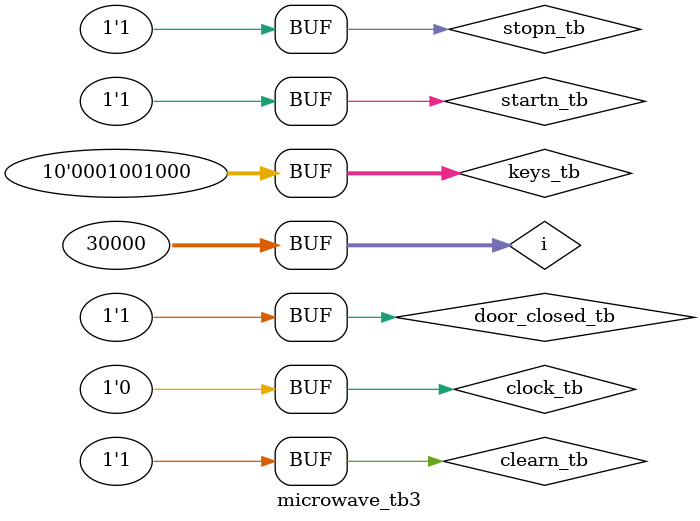
<source format=v>
`timescale 1ms / 1ms
`include "microwave.v"

module microwave_tb3();
    // Inputs
    reg startn_tb, stopn_tb, clearn_tb, door_closed_tb, clock_tb;
    reg [9:0] keys_tb;

    // Outputs
    wire mag_on_tb;
    wire [6:0] ssec_ones_tb;
    wire [6:0] ssec_tens_tb;
    wire [6:0] smin_tb;
    
    // Instantiate the Unit Under Test (UUT)
    microwave DUT (.startn(startn_tb), .stopn(stopn_tb), .clearn(clearn_tb),
                    .door_closed(door_closed_tb), .clock(clock_tb), .keys(keys_tb),
                    .mag_on(mag_on_tb), .ssec_ones(ssec_ones_tb), .ssec_tens(ssec_tens_tb), .smin(smin_tb));
    
    integer i;
    
    // clock generator
    initial 
        begin
            $dumpfile("microwave_tb3.vcd");
			$dumpvars(0,microwave_tb3);

               
            // Initialize Inputs
            clock_tb = 0; 
                    
            // create input clock 100Hz
            for (i = 0; i < 30000; i = i + 1) 
                #5 clock_tb = ~clock_tb;
                

        end
    
    // test cases

    initial
        begin
            startn_tb = 0; stopn_tb = 1; clearn_tb = 1; door_closed_tb = 1;
            #1 stopn_tb = 0; 
            #1;
            // condição inicial nenhuma chave presisonada e porta fechada
            startn_tb = 1; stopn_tb = 1; clearn_tb = 1; door_closed_tb = 1;
            //insere o dígito 
            keys_tb = 10'b0001001000; // tenta carregar 3 e 6

            #50;  // solta as chaves


        end
        
endmodule

</source>
